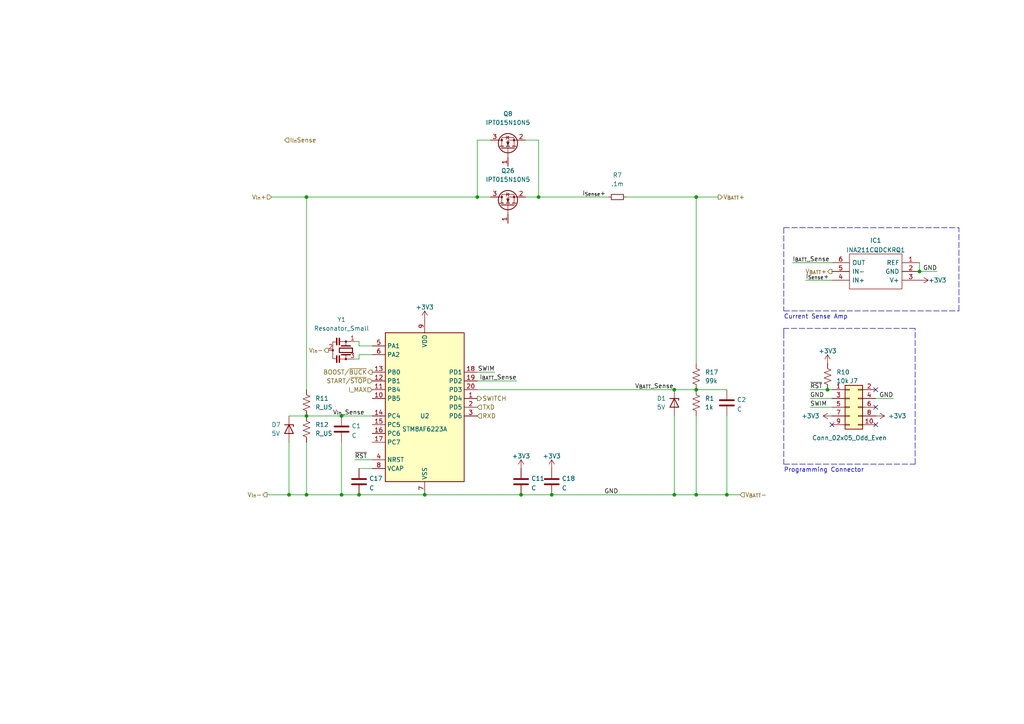
<source format=kicad_sch>
(kicad_sch (version 20210621) (generator eeschema)
  (paper "A4")
  (lib_symbols
    (symbol "Connector_Generic:Conn_02x05_Odd_Even" (pin_names (offset 1.016) hide)
      (property "Reference" "J" (at 1.27 7.62 0))
      (property "Value" "Conn_02x05_Odd_Even" (at 1.27 -7.62 0))
      (symbol "Conn_02x05_Odd_Even_1_1"
        (rectangle (start -1.27 -4.953) (end 0 -5.207) (stroke (width 0.1524)))
        (rectangle (start -1.27 -2.413) (end 0 -2.667) (stroke (width 0.1524)))
        (rectangle (start -1.27 0.127) (end 0 -0.127) (stroke (width 0.1524)))
        (rectangle (start -1.27 2.667) (end 0 2.413) (stroke (width 0.1524)))
        (rectangle (start -1.27 5.207) (end 0 4.953) (stroke (width 0.1524)))
        (rectangle (start -1.27 6.35) (end 3.81 -6.35) (stroke (width 0.254)) (fill (type background)))
        (rectangle (start 3.81 -4.953) (end 2.54 -5.207) (stroke (width 0.1524)))
        (rectangle (start 3.81 -2.413) (end 2.54 -2.667) (stroke (width 0.1524)))
        (rectangle (start 3.81 0.127) (end 2.54 -0.127) (stroke (width 0.1524)))
        (rectangle (start 3.81 2.667) (end 2.54 2.413) (stroke (width 0.1524)))
        (rectangle (start 3.81 5.207) (end 2.54 4.953) (stroke (width 0.1524)))
        (pin passive line (at -5.08 5.08 0) (length 3.81) (name "Pin_1") (number "1"))
        (pin passive line (at 7.62 -5.08 180) (length 3.81) (name "Pin_10") (number "10"))
        (pin passive line (at 7.62 5.08 180) (length 3.81) (name "Pin_2") (number "2"))
        (pin passive line (at -5.08 2.54 0) (length 3.81) (name "Pin_3") (number "3"))
        (pin passive line (at 7.62 2.54 180) (length 3.81) (name "Pin_4") (number "4"))
        (pin passive line (at -5.08 0 0) (length 3.81) (name "Pin_5") (number "5"))
        (pin passive line (at 7.62 0 180) (length 3.81) (name "Pin_6") (number "6"))
        (pin passive line (at -5.08 -2.54 0) (length 3.81) (name "Pin_7") (number "7"))
        (pin passive line (at 7.62 -2.54 180) (length 3.81) (name "Pin_8") (number "8"))
        (pin passive line (at -5.08 -5.08 0) (length 3.81) (name "Pin_9") (number "9"))
      )
    )
    (symbol "Device:C" (pin_numbers hide) (pin_names (offset 0.254))
      (property "Reference" "C" (at 0.635 2.54 0))
      (property "Value" "C" (at 0.635 -2.54 0))
      (symbol "C_0_1"
        (polyline (pts (xy -2.032 -0.762) (xy 2.032 -0.762)) (stroke (width 0.508)))
        (polyline (pts (xy -2.032 0.762) (xy 2.032 0.762)) (stroke (width 0.508)))
      )
      (symbol "C_1_1"
        (pin passive line (at 0 3.81 270) (length 2.794) (name "~") (number "1"))
        (pin passive line (at 0 -3.81 90) (length 2.794) (name "~") (number "2"))
      )
    )
    (symbol "Device:D_Zener" (pin_numbers hide) (pin_names (offset 1.016) hide)
      (property "Reference" "D" (at 0 2.54 0))
      (property "Value" "D_Zener" (at 0 -2.54 0))
      (symbol "D_Zener_0_1"
        (polyline (pts (xy 1.27 0) (xy -1.27 0)))
        (polyline (pts (xy -1.27 -1.27) (xy -1.27 1.27) (xy -0.762 1.27)) (stroke (width 0.254)))
        (polyline (pts (xy 1.27 -1.27) (xy 1.27 1.27) (xy -1.27 0) (xy 1.27 -1.27)) (stroke (width 0.254)))
      )
      (symbol "D_Zener_1_1"
        (pin passive line (at -3.81 0 0) (length 2.54) (name "K") (number "1"))
        (pin passive line (at 3.81 0 180) (length 2.54) (name "A") (number "2"))
      )
    )
    (symbol "Device:R_Small" (pin_numbers hide) (pin_names (offset 0.254) hide)
      (property "Reference" "R" (at 0.762 0.508 0))
      (property "Value" "R_Small" (at 0.762 -1.016 0))
      (symbol "R_Small_0_1"
        (rectangle (start -0.762 1.778) (end 0.762 -1.778) (stroke (width 0.2032)))
      )
      (symbol "R_Small_1_1"
        (pin passive line (at 0 2.54 270) (length 0.762) (name "~") (number "1"))
        (pin passive line (at 0 -2.54 90) (length 0.762) (name "~") (number "2"))
      )
    )
    (symbol "Device:R_US" (pin_numbers hide) (pin_names (offset 0))
      (property "Reference" "R" (at 2.54 0 90))
      (property "Value" "R_US" (at -2.54 0 90))
      (symbol "R_US_0_1"
        (polyline (pts (xy 0 -2.286) (xy 0 -2.54)))
        (polyline (pts (xy 0 2.286) (xy 0 2.54)))
        (polyline (pts (xy 0 -0.762) (xy 1.016 -1.143) (xy 0 -1.524) (xy -1.016 -1.905) (xy 0 -2.286)))
        (polyline (pts (xy 0 0.762) (xy 1.016 0.381) (xy 0 0) (xy -1.016 -0.381) (xy 0 -0.762)))
        (polyline (pts (xy 0 2.286) (xy 1.016 1.905) (xy 0 1.524) (xy -1.016 1.143) (xy 0 0.762)))
      )
      (symbol "R_US_1_1"
        (pin passive line (at 0 3.81 270) (length 1.27) (name "~") (number "1"))
        (pin passive line (at 0 -3.81 90) (length 1.27) (name "~") (number "2"))
      )
    )
    (symbol "Device:Resonator_Small" (pin_names (offset 1.016) hide)
      (property "Reference" "Y" (at 3.175 1.905 0))
      (property "Value" "Resonator_Small" (at 3.175 0 0))
      (symbol "Resonator_Small_0_1"
        (rectangle (start -3.556 -2.54) (end -1.524 -2.794) (fill (type outline)))
        (rectangle (start -3.556 -1.778) (end -1.524 -2.032) (fill (type outline)))
        (circle (center -2.54 0) (radius 0.254) (fill (type outline)))
        (rectangle (start -0.635 1.905) (end 0.635 -1.905) (stroke (width 0.3048)))
        (circle (center 0 -3.81) (radius 0.254) (fill (type outline)))
        (polyline (pts (xy -2.54 -1.778) (xy -2.54 0)))
        (polyline (pts (xy -2.54 0) (xy -1.397 0)))
        (polyline (pts (xy -2.54 1.27) (xy -2.54 0)))
        (polyline (pts (xy -1.27 -1.27) (xy -1.27 1.27)) (stroke (width 0.381)))
        (polyline (pts (xy 1.27 -1.27) (xy 1.27 1.27)) (stroke (width 0.381)))
        (polyline (pts (xy 1.27 0) (xy 2.54 0)))
        (polyline (pts (xy 2.54 0) (xy 2.54 -1.778)))
        (polyline (pts (xy 2.54 1.27) (xy 2.54 0)))
        (polyline (pts (xy 2.413 -2.794) (xy 2.413 -3.81) (xy -2.413 -3.81) (xy -2.413 -2.667)))
        (rectangle (start 1.524 -2.54) (end 3.556 -2.794) (fill (type outline)))
        (rectangle (start 1.524 -1.778) (end 3.556 -2.032) (fill (type outline)))
        (circle (center 2.54 0) (radius 0.254) (fill (type outline)))
      )
      (symbol "Resonator_Small_1_1"
        (pin passive line (at -2.54 2.54 270) (length 1.27) (name "1") (number "1"))
        (pin passive line (at 0 -5.08 90) (length 1.27) (name "2") (number "2"))
        (pin passive line (at 2.54 2.54 270) (length 1.27) (name "3") (number "3"))
      )
    )
    (symbol "MCU_ST_STM8:STM8AF6223A"
      (property "Reference" "U" (at 1.27 25.4 0))
      (property "Value" "STM8AF6223A" (at 1.27 22.86 0))
      (symbol "STM8AF6223A_0_1"
        (rectangle (start -11.43 21.59) (end 11.43 -21.59) (stroke (width 0.254)) (fill (type background)))
      )
      (symbol "STM8AF6223A_1_1"
        (pin bidirectional line (at 15.24 2.54 180) (length 3.81) (name "PD4") (number "1"))
        (pin bidirectional line (at -15.24 2.54 0) (length 3.81) (name "PB5") (number "10"))
        (pin bidirectional line (at -15.24 5.08 0) (length 3.81) (name "PB4") (number "11"))
        (pin bidirectional line (at -15.24 7.62 0) (length 3.81) (name "PB1") (number "12"))
        (pin bidirectional line (at -15.24 10.16 0) (length 3.81) (name "PB0") (number "13"))
        (pin bidirectional line (at -15.24 -2.54 0) (length 3.81) (name "PC4") (number "14"))
        (pin bidirectional line (at -15.24 -5.08 0) (length 3.81) (name "PC5") (number "15"))
        (pin bidirectional line (at -15.24 -7.62 0) (length 3.81) (name "PC6") (number "16"))
        (pin bidirectional line (at -15.24 -10.16 0) (length 3.81) (name "PC7") (number "17"))
        (pin bidirectional line (at 15.24 10.16 180) (length 3.81) (name "PD1") (number "18"))
        (pin bidirectional line (at 15.24 7.62 180) (length 3.81) (name "PD2") (number "19"))
        (pin bidirectional line (at 15.24 0 180) (length 3.81) (name "PD5") (number "2"))
        (pin bidirectional line (at 15.24 5.08 180) (length 3.81) (name "PD3") (number "20"))
        (pin bidirectional line (at 15.24 -2.54 180) (length 3.81) (name "PD6") (number "3"))
        (pin input line (at -15.24 -15.24 0) (length 3.81) (name "NRST") (number "4"))
        (pin bidirectional line (at -15.24 17.78 0) (length 3.81) (name "PA1") (number "5"))
        (pin bidirectional line (at -15.24 15.24 0) (length 3.81) (name "PA2") (number "6"))
        (pin power_in line (at 0 -25.4 90) (length 3.81) (name "VSS") (number "7"))
        (pin input line (at -15.24 -17.78 0) (length 3.81) (name "VCAP") (number "8"))
        (pin power_in line (at 0 25.4 270) (length 3.81) (name "VDD") (number "9"))
      )
    )
    (symbol "SamacSys_Parts:INA211CQDCKRQ1" (pin_names (offset 0.762))
      (property "Reference" "IC" (at 21.59 7.62 0))
      (property "Value" "INA211CQDCKRQ1" (at 21.59 5.08 0))
      (symbol "INA211CQDCKRQ1_0_0"
        (pin passive line (at 0 0 0) (length 5.08) (name "REF") (number "1"))
        (pin passive line (at 0 -2.54 0) (length 5.08) (name "GND") (number "2"))
        (pin passive line (at 0 -5.08 0) (length 5.08) (name "V+") (number "3"))
        (pin passive line (at 25.4 -5.08 180) (length 5.08) (name "IN+") (number "4"))
        (pin passive line (at 25.4 -2.54 180) (length 5.08) (name "IN-") (number "5"))
        (pin passive line (at 25.4 0 180) (length 5.08) (name "OUT") (number "6"))
      )
      (symbol "INA211CQDCKRQ1_0_1"
        (polyline (pts (xy 5.08 2.54) (xy 20.32 2.54) (xy 20.32 -7.62) (xy 5.08 -7.62) (xy 5.08 2.54)) (stroke (width 0.1524)))
      )
    )
    (symbol "Transistor_FET:IPT015N10N5" (pin_names hide)
      (property "Reference" "Q" (at 5.08 1.905 0))
      (property "Value" "IPT015N10N5" (at 5.08 0 0))
      (symbol "IPT015N10N5_0_1"
        (polyline (pts (xy 0.254 0) (xy -2.54 0)))
        (polyline (pts (xy 0.254 1.905) (xy 0.254 -1.905)) (stroke (width 0.254)))
        (polyline (pts (xy 0.762 -1.27) (xy 0.762 -2.286)) (stroke (width 0.254)))
        (polyline (pts (xy 0.762 0.508) (xy 0.762 -0.508)) (stroke (width 0.254)))
        (polyline (pts (xy 0.762 2.286) (xy 0.762 1.27)) (stroke (width 0.254)))
        (polyline (pts (xy 2.54 2.54) (xy 2.54 1.778)))
        (polyline (pts (xy 2.54 -2.54) (xy 2.54 0) (xy 0.762 0)))
        (polyline (pts (xy 0.762 -1.778) (xy 3.302 -1.778) (xy 3.302 1.778) (xy 0.762 1.778)))
        (polyline (pts (xy 1.016 0) (xy 2.032 0.381) (xy 2.032 -0.381) (xy 1.016 0)) (fill (type outline)))
        (polyline (pts (xy 2.794 0.508) (xy 2.921 0.381) (xy 3.683 0.381) (xy 3.81 0.254)))
        (polyline (pts (xy 3.302 0.381) (xy 2.921 -0.254) (xy 3.683 -0.254) (xy 3.302 0.381)))
        (circle (center 1.651 0) (radius 2.794) (stroke (width 0.254)))
        (circle (center 2.54 -1.778) (radius 0.254) (fill (type outline)))
        (circle (center 2.54 1.778) (radius 0.254) (fill (type outline)))
      )
      (symbol "IPT015N10N5_1_1"
        (pin input line (at -5.08 0 0) (length 2.54) (name "G") (number "1"))
        (pin passive line (at 2.54 -5.08 90) (length 2.54) (name "S") (number "2"))
        (pin passive line (at 2.54 5.08 270) (length 2.54) (name "D") (number "3"))
      )
    )
    (symbol "power:+3.3V" (power) (pin_names (offset 0))
      (property "Value" "+3.3V" (at 0 3.556 0))
      (symbol "+3.3V_0_1"
        (polyline (pts (xy -0.762 1.27) (xy 0 2.54)))
        (polyline (pts (xy 0 0) (xy 0 2.54)))
        (polyline (pts (xy 0 2.54) (xy 0.762 1.27)))
      )
      (symbol "+3.3V_1_1"
        (pin power_in line (at 0 0 90) (length 0) hide (name "+3V3") (number "1"))
      )
    )
  )
  (junction (at 99.06 143.51))
  (junction (at 201.93 143.51))
  (junction (at 123.19 143.51))
  (junction (at 210.82 143.51))
  (junction (at 195.58 113.03))
  (junction (at 266.7 78.74))
  (junction (at 195.58 143.51))
  (junction (at 151.13 143.51))
  (junction (at 99.06 120.65))
  (junction (at 88.9 143.51))
  (junction (at 201.93 57.15))
  (junction (at 240.03 113.03))
  (junction (at 104.14 143.51))
  (junction (at 201.93 113.03))
  (junction (at 88.9 120.65))
  (junction (at 88.9 57.15))
  (junction (at 138.43 57.15))
  (junction (at 83.82 143.51))
  (junction (at 156.21 57.15))
  (junction (at 160.02 143.51))
  (no_connect (at 254 123.19))
  (no_connect (at 254 118.11))
  (no_connect (at 254 113.03))
  (no_connect (at 241.3 123.19))
  (wire (pts (xy 201.93 120.65) (xy 201.93 143.51)))
  (polyline (pts (xy 278.13 90.17) (xy 278.13 66.04)))
  (polyline (pts (xy 227.33 66.04) (xy 278.13 66.04)))
  (polyline (pts (xy 227.33 90.17) (xy 278.13 90.17)))
  (polyline (pts (xy 227.33 66.04) (xy 227.33 90.17)))
  (wire (pts (xy 195.58 143.51) (xy 201.93 143.51)))
  (wire (pts (xy 210.82 143.51) (xy 214.63 143.51)))
  (wire (pts (xy 201.93 143.51) (xy 210.82 143.51)))
  (wire (pts (xy 160.02 143.51) (xy 195.58 143.51)))
  (wire (pts (xy 104.14 143.51) (xy 123.19 143.51)))
  (wire (pts (xy 123.19 143.51) (xy 151.13 143.51)))
  (wire (pts (xy 88.9 143.51) (xy 99.06 143.51)))
  (wire (pts (xy 99.06 143.51) (xy 104.14 143.51)))
  (wire (pts (xy 151.13 143.51) (xy 160.02 143.51)))
  (wire (pts (xy 195.58 120.65) (xy 195.58 143.51)))
  (wire (pts (xy 156.21 40.64) (xy 156.21 57.15)))
  (wire (pts (xy 152.4 40.64) (xy 156.21 40.64)))
  (wire (pts (xy 142.24 40.64) (xy 138.43 40.64)))
  (wire (pts (xy 138.43 40.64) (xy 138.43 57.15)))
  (wire (pts (xy 88.9 120.65) (xy 83.82 120.65)))
  (wire (pts (xy 241.3 81.28) (xy 233.68 81.28)))
  (wire (pts (xy 88.9 57.15) (xy 88.9 113.03)))
  (wire (pts (xy 195.58 113.03) (xy 138.43 113.03)))
  (wire (pts (xy 107.95 135.89) (xy 104.14 135.89)))
  (wire (pts (xy 77.47 143.51) (xy 83.82 143.51)))
  (wire (pts (xy 83.82 143.51) (xy 88.9 143.51)))
  (wire (pts (xy 229.87 76.2) (xy 241.3 76.2)))
  (wire (pts (xy 107.95 100.33) (xy 104.14 100.33)))
  (wire (pts (xy 104.14 99.06) (xy 102.87 99.06)))
  (wire (pts (xy 104.14 100.33) (xy 104.14 99.06)))
  (wire (pts (xy 234.95 115.57) (xy 241.3 115.57)))
  (wire (pts (xy 88.9 128.27) (xy 88.9 143.51)))
  (wire (pts (xy 107.95 102.87) (xy 104.14 102.87)))
  (wire (pts (xy 104.14 102.87) (xy 104.14 104.14)))
  (wire (pts (xy 104.14 104.14) (xy 102.87 104.14)))
  (wire (pts (xy 271.78 78.74) (xy 266.7 78.74)))
  (wire (pts (xy 234.95 118.11) (xy 241.3 118.11)))
  (wire (pts (xy 210.82 120.65) (xy 210.82 143.51)))
  (polyline (pts (xy 227.33 96.52) (xy 227.33 134.62)))
  (polyline (pts (xy 265.43 134.62) (xy 265.43 95.25)))
  (polyline (pts (xy 265.43 95.25) (xy 227.33 95.25)))
  (polyline (pts (xy 227.33 95.25) (xy 227.33 96.52)))
  (polyline (pts (xy 227.33 134.62) (xy 265.43 134.62)))
  (wire (pts (xy 152.4 57.15) (xy 156.21 57.15)))
  (wire (pts (xy 156.21 57.15) (xy 176.53 57.15)))
  (wire (pts (xy 195.58 113.03) (xy 201.93 113.03)))
  (wire (pts (xy 201.93 113.03) (xy 210.82 113.03)))
  (wire (pts (xy 149.86 110.49) (xy 138.43 110.49)))
  (wire (pts (xy 234.95 113.03) (xy 240.03 113.03)))
  (wire (pts (xy 240.03 113.03) (xy 241.3 113.03)))
  (wire (pts (xy 201.93 57.15) (xy 208.28 57.15)))
  (wire (pts (xy 83.82 128.27) (xy 83.82 143.51)))
  (wire (pts (xy 201.93 57.15) (xy 201.93 105.41)))
  (wire (pts (xy 88.9 57.15) (xy 138.43 57.15)))
  (wire (pts (xy 138.43 57.15) (xy 142.24 57.15)))
  (wire (pts (xy 78.74 57.15) (xy 88.9 57.15)))
  (wire (pts (xy 181.61 57.15) (xy 201.93 57.15)))
  (wire (pts (xy 107.95 120.65) (xy 99.06 120.65)))
  (wire (pts (xy 99.06 120.65) (xy 88.9 120.65)))
  (wire (pts (xy 259.08 115.57) (xy 254 115.57)))
  (wire (pts (xy 266.7 76.2) (xy 266.7 78.74)))
  (wire (pts (xy 138.43 107.95) (xy 143.51 107.95)))
  (wire (pts (xy 107.95 133.35) (xy 102.87 133.35)))
  (wire (pts (xy 99.06 128.27) (xy 99.06 143.51)))
  (text "Current Sense Amp\n" (at 227.33 92.71 0) (effects (font (size 1.27 1.27)) (justify left bottom)))
  (text "Programming Connector\n" (at 227.33 137.16 0) (effects (font (size 1.27 1.27)) (justify left bottom)))
  (label "GND" (at 175.26 143.51 0))
  (label "V_{BATT}_Sense" (at 184.15 113.03 0))
  (label "I_{Sense}+" (at 168.91 57.15 0))
  (label "V_{in}_Sense" (at 96.52 120.65 0))
  (label "SWIM" (at 234.95 118.11 0))
  (label "I_{Sense}+" (at 233.68 81.28 0))
  (label "~{RST}" (at 102.87 133.35 0))
  (label "GND" (at 271.78 78.74 180))
  (label "GND" (at 234.95 115.57 0))
  (label "GND" (at 259.08 115.57 180))
  (label "I_{BATT}_Sense" (at 229.87 76.2 0))
  (label "SWIM" (at 143.51 107.95 180))
  (label "I_{BATT}_Sense" (at 149.86 110.49 180))
  (label "~{RST}" (at 234.95 113.03 0))
  (hierarchical_label "RXD" (shape input) (at 138.43 120.65 0))
  (hierarchical_label "V_{in}-" (shape output) (at 95.25 101.6 180))
  (hierarchical_label "I_{in}Sense" (shape input) (at 82.55 40.64 0))
  (hierarchical_label "V_{in}+" (shape input) (at 78.74 57.15 180))
  (hierarchical_label "V_{BATT}-" (shape input) (at 214.63 143.51 0))
  (hierarchical_label "START{slash}~{STOP}" (shape input) (at 107.95 110.49 180))
  (hierarchical_label "SWITCH" (shape output) (at 138.43 115.57 0))
  (hierarchical_label "TXD" (shape input) (at 138.43 118.11 0))
  (hierarchical_label "V_{BATT}+" (shape output) (at 208.28 57.15 0))
  (hierarchical_label "BOOST{slash}~{BUCK}" (shape output) (at 107.95 107.95 180))
  (hierarchical_label "I_MAX" (shape input) (at 107.95 113.03 180))
  (hierarchical_label "V_{in}-" (shape output) (at 77.47 143.51 180))
  (hierarchical_label "V_{BATT}+" (shape output) (at 241.3 78.74 180))
  (symbol (lib_id "Device:C") (at 160.02 139.7 0) (unit 1)
    (property "Reference" "C18" (at 162.941 138.7915 0) (effects (justify left)))
    (property "Value" "C" (at 162.941 141.5666 0) (effects (justify left)))
  )
  (symbol (lib_id "Transistor_FET:IPT015N10N5") (at 147.32 43.18 90) (unit 1)
    (property "Reference" "Q8" (at 147.32 33.02 90))
    (property "Value" "IPT015N10N5" (at 147.32 35.56 90))
    (property "Footprint" "Package_TO_SOT_SMD:Infineon_PG-HSOF-8-1" (effects hide))
    (property "Datasheet" "http://www.infineon.com/dgdl/Infineon-IPT015N10N5-DS-v02_01-EN.pdf?fileId=5546d4624a75e5f1014ac94680661aff" (effects hide))
  )
  (symbol (lib_id "Device:D_Zener") (at 83.82 124.46 270) (unit 1)
    (property "Reference" "D7" (at 78.74 123.19 90) (effects (justify left)))
    (property "Value" "5V" (at 78.74 125.73 90) (effects (justify left)))
    (property "Footprint" "Diode_SMD:D_0603_1608Metric" (effects hide))
  )
  (symbol (lib_id "Device:D_Zener") (at 195.58 116.84 270) (unit 1)
    (property "Reference" "D1" (at 190.5 115.57 90) (effects (justify left)))
    (property "Value" "5V" (at 190.5 118.11 90) (effects (justify left)))
    (property "Footprint" "Diode_SMD:D_0603_1608Metric" (effects hide))
  )
  (symbol (lib_id "Device:R_US") (at 201.93 116.84 0) (unit 1)
    (property "Reference" "R1" (at 204.47 115.5699 0) (effects (justify left)))
    (property "Value" "1k" (at 204.47 118.1099 0) (effects (justify left)))
    (property "Footprint" "Resistor_SMD:R_0603_1608Metric" (effects hide))
  )
  (symbol (lib_id "Device:Resonator_Small") (at 100.33 101.6 270) (unit 1)
    (property "Reference" "Y1" (at 99.06 92.71 90))
    (property "Value" "Resonator_Small" (at 99.06 95.25 90))
    (property "Footprint" "Crystal:Resonator_SMD_Murata_CSTxExxV-3Pin_3.0x1.1mm_HandSoldering" (effects hide))
  )
  (symbol (lib_id "Device:C") (at 151.13 139.7 0) (unit 1)
    (property "Reference" "C11" (at 154.051 138.7915 0) (effects (justify left)))
    (property "Value" "C" (at 154.051 141.5666 0) (effects (justify left)))
  )
  (symbol (lib_id "Device:R_Small") (at 179.07 57.15 90) (unit 1)
    (property "Reference" "R7" (at 179.07 50.8 90))
    (property "Value" ".1m" (at 179.07 53.34 90))
    (property "Footprint" "Resistor_SMD:R_4020_10251Metric" (effects hide))
  )
  (symbol (lib_id "Connector_Generic:Conn_02x05_Odd_Even") (at 246.38 118.11 0) (unit 1)
    (property "Reference" "J7" (at 247.65 110.49 0))
    (property "Value" "Conn_02x05_Odd_Even" (at 246.38 127 0))
    (property "Footprint" "Connector_PinHeader_2.54mm:PinHeader_2x05_P2.54mm_Vertical" (effects hide))
  )
  (symbol (lib_id "Device:R_US") (at 88.9 124.46 0) (unit 1)
    (property "Reference" "R12" (at 91.44 123.1899 0) (effects (justify left)))
    (property "Value" "R_US" (at 91.44 125.7299 0) (effects (justify left)))
    (property "Footprint" "Resistor_SMD:R_0603_1608Metric" (effects hide))
  )
  (symbol (lib_id "power:+3.3V") (at 240.03 105.41 0) (unit 1)
    (property "Reference" "#PWR0113" (effects hide))
    (property "Value" "+3.3V" (at 240.03 101.8055 0))
  )
  (symbol (lib_id "power:+3.3V") (at 160.02 135.89 0) (unit 1)
    (property "Reference" "#PWR0116" (effects hide))
    (property "Value" "+3.3V" (at 160.02 132.2855 0))
  )
  (symbol (lib_id "Device:R_US") (at 240.03 109.22 0) (unit 1)
    (property "Reference" "R10" (at 242.57 107.9499 0) (effects (justify left)))
    (property "Value" "10k" (at 242.57 110.4899 0) (effects (justify left)))
    (property "Footprint" "Resistor_SMD:R_0603_1608Metric" (effects hide))
  )
  (symbol (lib_id "power:+3.3V") (at 151.13 135.89 0) (unit 1)
    (property "Reference" "#PWR0117" (effects hide))
    (property "Value" "+3.3V" (at 151.13 132.2855 0))
  )
  (symbol (lib_id "Device:C") (at 99.06 124.46 0) (unit 1)
    (property "Reference" "C1" (at 101.981 123.5515 0) (effects (justify left)))
    (property "Value" "C" (at 101.981 126.3266 0) (effects (justify left)))
    (property "Footprint" "Capacitor_SMD:C_0603_1608Metric" (effects hide))
  )
  (symbol (lib_id "Device:R_US") (at 88.9 116.84 0) (unit 1)
    (property "Reference" "R11" (at 91.44 115.5699 0) (effects (justify left)))
    (property "Value" "R_US" (at 91.44 118.1099 0) (effects (justify left)))
    (property "Footprint" "Resistor_SMD:R_0603_1608Metric" (effects hide))
  )
  (symbol (lib_id "power:+3.3V") (at 266.7 81.28 270) (unit 1)
    (property "Reference" "#PWR0118" (effects hide))
    (property "Value" "+3.3V" (at 269.24 81.28 90) (effects (justify left)))
  )
  (symbol (lib_id "SamacSys_Parts:INA211CQDCKRQ1") (at 266.7 76.2 0) (mirror y) (unit 1)
    (property "Reference" "IC1" (at 254 69.7443 0))
    (property "Value" "INA211CQDCKRQ1" (at 254 72.5194 0))
    (property "Footprint" "SOT65P210X110-6N" (effects hide))
    (property "Datasheet" "https://www.ti.com/lit/ds/symlink/ina211-q1.pdf?ts=1605767726652&ref_url=https%253A%252F%252Fwww.ti.com%252Fsitesearch%252Fdocs%252Funiversalsearch.tsp%253FsearchTerm%253DINA211CQDCKRQ1" (effects hide))
    (property "Description" "Automotive, 26-V, Bi-Directional, Zero-Drift, Precision, Low-/High-Side, Volt. Out Current Sense Amp" (effects hide))
    (property "Height" "1.1" (effects hide))
    (property "Mouser Part Number" "595-INA211CQDCKRQ1" (effects hide))
    (property "Mouser Price/Stock" "https://www.mouser.co.uk/ProductDetail/Texas-Instruments/INA211CQDCKRQ1?qs=9lcNTSmDlCq08%2FYAgrJvOw%3D%3D" (effects hide))
    (property "Manufacturer_Name" "Texas Instruments" (effects hide))
    (property "Manufacturer_Part_Number" "INA211CQDCKRQ1" (effects hide))
  )
  (symbol (lib_id "Transistor_FET:IPT015N10N5") (at 147.32 59.69 90) (unit 1)
    (property "Reference" "Q26" (at 147.32 49.53 90))
    (property "Value" "IPT015N10N5" (at 147.32 52.07 90))
    (property "Footprint" "Package_TO_SOT_SMD:Infineon_PG-HSOF-8-1" (effects hide))
    (property "Datasheet" "http://www.infineon.com/dgdl/Infineon-IPT015N10N5-DS-v02_01-EN.pdf?fileId=5546d4624a75e5f1014ac94680661aff" (effects hide))
  )
  (symbol (lib_id "power:+3.3V") (at 241.3 120.65 90) (unit 1)
    (property "Reference" "#PWR0114" (effects hide))
    (property "Value" "+3.3V" (at 232.41 120.65 90) (effects (justify right)))
  )
  (symbol (lib_id "Device:R_US") (at 201.93 109.22 0) (unit 1)
    (property "Reference" "R17" (at 204.47 107.9499 0) (effects (justify left)))
    (property "Value" "99k" (at 204.47 110.4899 0) (effects (justify left)))
    (property "Footprint" "Resistor_SMD:R_0603_1608Metric" (effects hide))
  )
  (symbol (lib_id "Device:C") (at 104.14 139.7 0) (unit 1)
    (property "Reference" "C17" (at 107.061 138.7915 0) (effects (justify left)))
    (property "Value" "C" (at 107.061 141.5666 0) (effects (justify left)))
    (property "Footprint" "Capacitor_SMD:C_0603_1608Metric" (effects hide))
  )
  (symbol (lib_id "power:+3.3V") (at 123.19 92.71 0) (unit 1)
    (property "Reference" "#PWR0105" (effects hide))
    (property "Value" "+3.3V" (at 123.19 89.1055 0))
  )
  (symbol (lib_id "power:+3.3V") (at 254 120.65 270) (unit 1)
    (property "Reference" "#PWR0115" (effects hide))
    (property "Value" "+3.3V" (at 262.89 120.65 90) (effects (justify right)))
  )
  (symbol (lib_id "MCU_ST_STM8:STM8AF6223A") (at 123.19 118.11 0) (unit 1)
    (property "Reference" "U2" (at 123.19 120.65 0))
    (property "Value" "STM8AF6223A" (at 123.19 124.46 0))
    (property "Footprint" "Package_SO:TSSOP-20_4.4x6.5mm_P0.65mm" (effects hide))
    (property "Datasheet" "http://www.st.com/resource/en/datasheet/stm8af6223.pdf" (effects hide))
  )
  (symbol (lib_id "Device:C") (at 210.82 116.84 0) (unit 1)
    (property "Reference" "C2" (at 213.741 115.9315 0) (effects (justify left)))
    (property "Value" "C" (at 213.741 118.7066 0) (effects (justify left)))
    (property "Footprint" "Capacitor_SMD:C_0603_1608Metric" (effects hide))
  )
)
</source>
